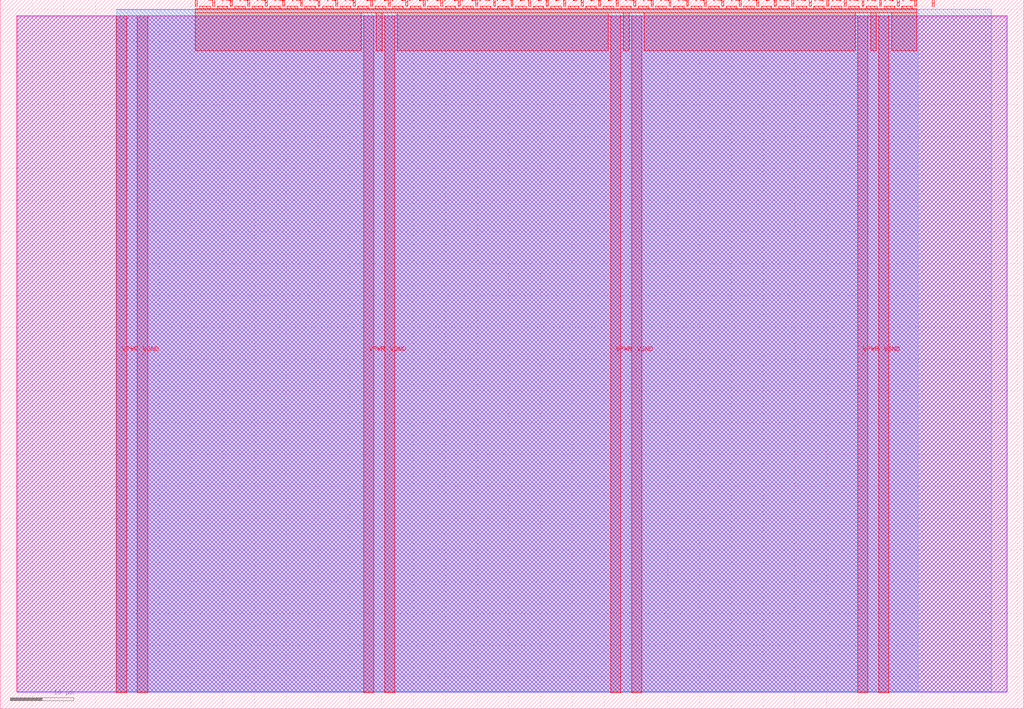
<source format=lef>
VERSION 5.7 ;
  NOWIREEXTENSIONATPIN ON ;
  DIVIDERCHAR "/" ;
  BUSBITCHARS "[]" ;
MACRO tt_um_nithishreddykvs
  CLASS BLOCK ;
  FOREIGN tt_um_nithishreddykvs ;
  ORIGIN 0.000 0.000 ;
  SIZE 161.000 BY 111.520 ;
  PIN VGND
    DIRECTION INOUT ;
    USE GROUND ;
    PORT
      LAYER met4 ;
        RECT 21.580 2.480 23.180 109.040 ;
    END
    PORT
      LAYER met4 ;
        RECT 60.450 2.480 62.050 109.040 ;
    END
    PORT
      LAYER met4 ;
        RECT 99.320 2.480 100.920 109.040 ;
    END
    PORT
      LAYER met4 ;
        RECT 138.190 2.480 139.790 109.040 ;
    END
  END VGND
  PIN VPWR
    DIRECTION INOUT ;
    USE POWER ;
    PORT
      LAYER met4 ;
        RECT 18.280 2.480 19.880 109.040 ;
    END
    PORT
      LAYER met4 ;
        RECT 57.150 2.480 58.750 109.040 ;
    END
    PORT
      LAYER met4 ;
        RECT 96.020 2.480 97.620 109.040 ;
    END
    PORT
      LAYER met4 ;
        RECT 134.890 2.480 136.490 109.040 ;
    END
  END VPWR
  PIN clk
    DIRECTION INPUT ;
    USE SIGNAL ;
    ANTENNAGATEAREA 0.852000 ;
    PORT
      LAYER met4 ;
        RECT 143.830 110.520 144.130 111.520 ;
    END
  END clk
  PIN ena
    DIRECTION INPUT ;
    USE SIGNAL ;
    PORT
      LAYER met4 ;
        RECT 146.590 110.520 146.890 111.520 ;
    END
  END ena
  PIN rst_n
    DIRECTION INPUT ;
    USE SIGNAL ;
    PORT
      LAYER met4 ;
        RECT 141.070 110.520 141.370 111.520 ;
    END
  END rst_n
  PIN ui_in[0]
    DIRECTION INPUT ;
    USE SIGNAL ;
    ANTENNAGATEAREA 0.196500 ;
    PORT
      LAYER met4 ;
        RECT 138.310 110.520 138.610 111.520 ;
    END
  END ui_in[0]
  PIN ui_in[1]
    DIRECTION INPUT ;
    USE SIGNAL ;
    ANTENNAGATEAREA 0.196500 ;
    PORT
      LAYER met4 ;
        RECT 135.550 110.520 135.850 111.520 ;
    END
  END ui_in[1]
  PIN ui_in[2]
    DIRECTION INPUT ;
    USE SIGNAL ;
    PORT
      LAYER met4 ;
        RECT 132.790 110.520 133.090 111.520 ;
    END
  END ui_in[2]
  PIN ui_in[3]
    DIRECTION INPUT ;
    USE SIGNAL ;
    PORT
      LAYER met4 ;
        RECT 130.030 110.520 130.330 111.520 ;
    END
  END ui_in[3]
  PIN ui_in[4]
    DIRECTION INPUT ;
    USE SIGNAL ;
    PORT
      LAYER met4 ;
        RECT 127.270 110.520 127.570 111.520 ;
    END
  END ui_in[4]
  PIN ui_in[5]
    DIRECTION INPUT ;
    USE SIGNAL ;
    PORT
      LAYER met4 ;
        RECT 124.510 110.520 124.810 111.520 ;
    END
  END ui_in[5]
  PIN ui_in[6]
    DIRECTION INPUT ;
    USE SIGNAL ;
    PORT
      LAYER met4 ;
        RECT 121.750 110.520 122.050 111.520 ;
    END
  END ui_in[6]
  PIN ui_in[7]
    DIRECTION INPUT ;
    USE SIGNAL ;
    PORT
      LAYER met4 ;
        RECT 118.990 110.520 119.290 111.520 ;
    END
  END ui_in[7]
  PIN uio_in[0]
    DIRECTION INPUT ;
    USE SIGNAL ;
    PORT
      LAYER met4 ;
        RECT 116.230 110.520 116.530 111.520 ;
    END
  END uio_in[0]
  PIN uio_in[1]
    DIRECTION INPUT ;
    USE SIGNAL ;
    PORT
      LAYER met4 ;
        RECT 113.470 110.520 113.770 111.520 ;
    END
  END uio_in[1]
  PIN uio_in[2]
    DIRECTION INPUT ;
    USE SIGNAL ;
    PORT
      LAYER met4 ;
        RECT 110.710 110.520 111.010 111.520 ;
    END
  END uio_in[2]
  PIN uio_in[3]
    DIRECTION INPUT ;
    USE SIGNAL ;
    PORT
      LAYER met4 ;
        RECT 107.950 110.520 108.250 111.520 ;
    END
  END uio_in[3]
  PIN uio_in[4]
    DIRECTION INPUT ;
    USE SIGNAL ;
    PORT
      LAYER met4 ;
        RECT 105.190 110.520 105.490 111.520 ;
    END
  END uio_in[4]
  PIN uio_in[5]
    DIRECTION INPUT ;
    USE SIGNAL ;
    PORT
      LAYER met4 ;
        RECT 102.430 110.520 102.730 111.520 ;
    END
  END uio_in[5]
  PIN uio_in[6]
    DIRECTION INPUT ;
    USE SIGNAL ;
    PORT
      LAYER met4 ;
        RECT 99.670 110.520 99.970 111.520 ;
    END
  END uio_in[6]
  PIN uio_in[7]
    DIRECTION INPUT ;
    USE SIGNAL ;
    PORT
      LAYER met4 ;
        RECT 96.910 110.520 97.210 111.520 ;
    END
  END uio_in[7]
  PIN uio_oe[0]
    DIRECTION OUTPUT ;
    USE SIGNAL ;
    PORT
      LAYER met4 ;
        RECT 49.990 110.520 50.290 111.520 ;
    END
  END uio_oe[0]
  PIN uio_oe[1]
    DIRECTION OUTPUT ;
    USE SIGNAL ;
    PORT
      LAYER met4 ;
        RECT 47.230 110.520 47.530 111.520 ;
    END
  END uio_oe[1]
  PIN uio_oe[2]
    DIRECTION OUTPUT ;
    USE SIGNAL ;
    PORT
      LAYER met4 ;
        RECT 44.470 110.520 44.770 111.520 ;
    END
  END uio_oe[2]
  PIN uio_oe[3]
    DIRECTION OUTPUT ;
    USE SIGNAL ;
    PORT
      LAYER met4 ;
        RECT 41.710 110.520 42.010 111.520 ;
    END
  END uio_oe[3]
  PIN uio_oe[4]
    DIRECTION OUTPUT ;
    USE SIGNAL ;
    PORT
      LAYER met4 ;
        RECT 38.950 110.520 39.250 111.520 ;
    END
  END uio_oe[4]
  PIN uio_oe[5]
    DIRECTION OUTPUT ;
    USE SIGNAL ;
    PORT
      LAYER met4 ;
        RECT 36.190 110.520 36.490 111.520 ;
    END
  END uio_oe[5]
  PIN uio_oe[6]
    DIRECTION OUTPUT ;
    USE SIGNAL ;
    PORT
      LAYER met4 ;
        RECT 33.430 110.520 33.730 111.520 ;
    END
  END uio_oe[6]
  PIN uio_oe[7]
    DIRECTION OUTPUT ;
    USE SIGNAL ;
    PORT
      LAYER met4 ;
        RECT 30.670 110.520 30.970 111.520 ;
    END
  END uio_oe[7]
  PIN uio_out[0]
    DIRECTION OUTPUT ;
    USE SIGNAL ;
    PORT
      LAYER met4 ;
        RECT 72.070 110.520 72.370 111.520 ;
    END
  END uio_out[0]
  PIN uio_out[1]
    DIRECTION OUTPUT ;
    USE SIGNAL ;
    PORT
      LAYER met4 ;
        RECT 69.310 110.520 69.610 111.520 ;
    END
  END uio_out[1]
  PIN uio_out[2]
    DIRECTION OUTPUT ;
    USE SIGNAL ;
    PORT
      LAYER met4 ;
        RECT 66.550 110.520 66.850 111.520 ;
    END
  END uio_out[2]
  PIN uio_out[3]
    DIRECTION OUTPUT ;
    USE SIGNAL ;
    PORT
      LAYER met4 ;
        RECT 63.790 110.520 64.090 111.520 ;
    END
  END uio_out[3]
  PIN uio_out[4]
    DIRECTION OUTPUT ;
    USE SIGNAL ;
    PORT
      LAYER met4 ;
        RECT 61.030 110.520 61.330 111.520 ;
    END
  END uio_out[4]
  PIN uio_out[5]
    DIRECTION OUTPUT ;
    USE SIGNAL ;
    PORT
      LAYER met4 ;
        RECT 58.270 110.520 58.570 111.520 ;
    END
  END uio_out[5]
  PIN uio_out[6]
    DIRECTION OUTPUT ;
    USE SIGNAL ;
    PORT
      LAYER met4 ;
        RECT 55.510 110.520 55.810 111.520 ;
    END
  END uio_out[6]
  PIN uio_out[7]
    DIRECTION OUTPUT ;
    USE SIGNAL ;
    PORT
      LAYER met4 ;
        RECT 52.750 110.520 53.050 111.520 ;
    END
  END uio_out[7]
  PIN uo_out[0]
    DIRECTION OUTPUT ;
    USE SIGNAL ;
    ANTENNADIFFAREA 0.445500 ;
    PORT
      LAYER met4 ;
        RECT 94.150 110.520 94.450 111.520 ;
    END
  END uo_out[0]
  PIN uo_out[1]
    DIRECTION OUTPUT ;
    USE SIGNAL ;
    PORT
      LAYER met4 ;
        RECT 91.390 110.520 91.690 111.520 ;
    END
  END uo_out[1]
  PIN uo_out[2]
    DIRECTION OUTPUT ;
    USE SIGNAL ;
    PORT
      LAYER met4 ;
        RECT 88.630 110.520 88.930 111.520 ;
    END
  END uo_out[2]
  PIN uo_out[3]
    DIRECTION OUTPUT ;
    USE SIGNAL ;
    PORT
      LAYER met4 ;
        RECT 85.870 110.520 86.170 111.520 ;
    END
  END uo_out[3]
  PIN uo_out[4]
    DIRECTION OUTPUT ;
    USE SIGNAL ;
    PORT
      LAYER met4 ;
        RECT 83.110 110.520 83.410 111.520 ;
    END
  END uo_out[4]
  PIN uo_out[5]
    DIRECTION OUTPUT ;
    USE SIGNAL ;
    PORT
      LAYER met4 ;
        RECT 80.350 110.520 80.650 111.520 ;
    END
  END uo_out[5]
  PIN uo_out[6]
    DIRECTION OUTPUT ;
    USE SIGNAL ;
    PORT
      LAYER met4 ;
        RECT 77.590 110.520 77.890 111.520 ;
    END
  END uo_out[6]
  PIN uo_out[7]
    DIRECTION OUTPUT ;
    USE SIGNAL ;
    PORT
      LAYER met4 ;
        RECT 74.830 110.520 75.130 111.520 ;
    END
  END uo_out[7]
  OBS
      LAYER nwell ;
        RECT 2.570 2.635 158.430 108.990 ;
      LAYER li1 ;
        RECT 2.760 2.635 158.240 108.885 ;
      LAYER met1 ;
        RECT 2.760 2.480 158.240 109.040 ;
      LAYER met2 ;
        RECT 18.310 2.535 155.840 110.005 ;
      LAYER met3 ;
        RECT 18.290 2.555 144.370 109.985 ;
      LAYER met4 ;
        RECT 31.370 110.120 33.030 110.520 ;
        RECT 34.130 110.120 35.790 110.520 ;
        RECT 36.890 110.120 38.550 110.520 ;
        RECT 39.650 110.120 41.310 110.520 ;
        RECT 42.410 110.120 44.070 110.520 ;
        RECT 45.170 110.120 46.830 110.520 ;
        RECT 47.930 110.120 49.590 110.520 ;
        RECT 50.690 110.120 52.350 110.520 ;
        RECT 53.450 110.120 55.110 110.520 ;
        RECT 56.210 110.120 57.870 110.520 ;
        RECT 58.970 110.120 60.630 110.520 ;
        RECT 61.730 110.120 63.390 110.520 ;
        RECT 64.490 110.120 66.150 110.520 ;
        RECT 67.250 110.120 68.910 110.520 ;
        RECT 70.010 110.120 71.670 110.520 ;
        RECT 72.770 110.120 74.430 110.520 ;
        RECT 75.530 110.120 77.190 110.520 ;
        RECT 78.290 110.120 79.950 110.520 ;
        RECT 81.050 110.120 82.710 110.520 ;
        RECT 83.810 110.120 85.470 110.520 ;
        RECT 86.570 110.120 88.230 110.520 ;
        RECT 89.330 110.120 90.990 110.520 ;
        RECT 92.090 110.120 93.750 110.520 ;
        RECT 94.850 110.120 96.510 110.520 ;
        RECT 97.610 110.120 99.270 110.520 ;
        RECT 100.370 110.120 102.030 110.520 ;
        RECT 103.130 110.120 104.790 110.520 ;
        RECT 105.890 110.120 107.550 110.520 ;
        RECT 108.650 110.120 110.310 110.520 ;
        RECT 111.410 110.120 113.070 110.520 ;
        RECT 114.170 110.120 115.830 110.520 ;
        RECT 116.930 110.120 118.590 110.520 ;
        RECT 119.690 110.120 121.350 110.520 ;
        RECT 122.450 110.120 124.110 110.520 ;
        RECT 125.210 110.120 126.870 110.520 ;
        RECT 127.970 110.120 129.630 110.520 ;
        RECT 130.730 110.120 132.390 110.520 ;
        RECT 133.490 110.120 135.150 110.520 ;
        RECT 136.250 110.120 137.910 110.520 ;
        RECT 139.010 110.120 140.670 110.520 ;
        RECT 141.770 110.120 143.430 110.520 ;
        RECT 30.655 109.440 144.145 110.120 ;
        RECT 30.655 103.535 56.750 109.440 ;
        RECT 59.150 103.535 60.050 109.440 ;
        RECT 62.450 103.535 95.620 109.440 ;
        RECT 98.020 103.535 98.920 109.440 ;
        RECT 101.320 103.535 134.490 109.440 ;
        RECT 136.890 103.535 137.790 109.440 ;
        RECT 140.190 103.535 144.145 109.440 ;
  END
END tt_um_nithishreddykvs
END LIBRARY


</source>
